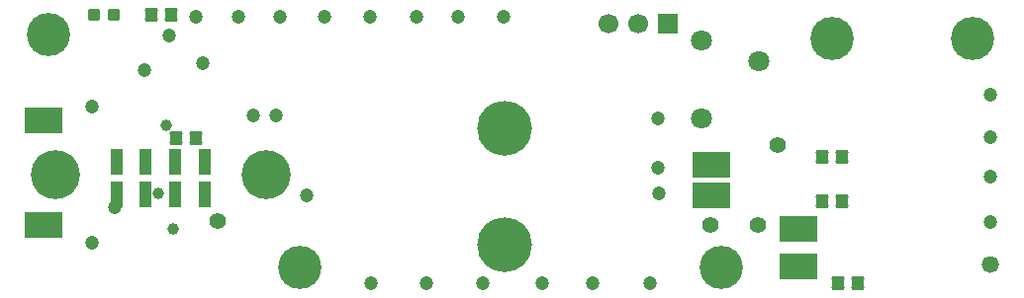
<source format=gts>
G04 Layer_Color=8388736*
%FSLAX42Y42*%
%MOMM*%
G71*
G01*
G75*
%ADD34R,3.20X2.20*%
G04:AMPARAMS|DCode=35|XSize=1.2mm|YSize=1.1mm|CornerRadius=0.21mm|HoleSize=0mm|Usage=FLASHONLY|Rotation=270.000|XOffset=0mm|YOffset=0mm|HoleType=Round|Shape=RoundedRectangle|*
%AMROUNDEDRECTD35*
21,1,1.20,0.68,0,0,270.0*
21,1,0.78,1.10,0,0,270.0*
1,1,0.43,-0.34,-0.39*
1,1,0.43,-0.34,0.39*
1,1,0.43,0.34,0.39*
1,1,0.43,0.34,-0.39*
%
%ADD35ROUNDEDRECTD35*%
%ADD36R,1.00X2.20*%
G04:AMPARAMS|DCode=37|XSize=1mm|YSize=1mm|CornerRadius=0.2mm|HoleSize=0mm|Usage=FLASHONLY|Rotation=180.000|XOffset=0mm|YOffset=0mm|HoleType=Round|Shape=RoundedRectangle|*
%AMROUNDEDRECTD37*
21,1,1.00,0.60,0,0,180.0*
21,1,0.60,1.00,0,0,180.0*
1,1,0.40,-0.30,0.30*
1,1,0.40,0.30,0.30*
1,1,0.40,0.30,-0.30*
1,1,0.40,-0.30,-0.30*
%
%ADD37ROUNDEDRECTD37*%
%ADD38C,4.70*%
%ADD39C,3.70*%
%ADD40C,1.40*%
%ADD41C,1.80*%
%ADD42C,4.20*%
%ADD43C,1.70*%
%ADD44R,1.70X1.70*%
%ADD45C,1.47*%
%ADD46C,1.20*%
%ADD47C,1.00*%
D34*
X250Y1560D02*
D03*
X6710Y310D02*
D03*
Y630D02*
D03*
X5970Y920D02*
D03*
Y1180D02*
D03*
X250Y670D02*
D03*
D35*
X7050Y170D02*
D03*
X7220D02*
D03*
X7085Y1250D02*
D03*
X6915D02*
D03*
X7085Y870D02*
D03*
X6915D02*
D03*
X1555Y1410D02*
D03*
X1385D02*
D03*
X1345Y2470D02*
D03*
X1175D02*
D03*
D36*
X880Y930D02*
D03*
X1130D02*
D03*
X1380D02*
D03*
X1630D02*
D03*
Y1210D02*
D03*
X1380D02*
D03*
X1130D02*
D03*
X880D02*
D03*
D37*
X685Y2470D02*
D03*
X855D02*
D03*
D38*
X4200Y1500D02*
D03*
Y500D02*
D03*
D39*
X300Y2300D02*
D03*
X8200Y2270D02*
D03*
X7000D02*
D03*
X2450Y300D02*
D03*
X6050D02*
D03*
D40*
X6370Y670D02*
D03*
X5960Y670D02*
D03*
X6540Y1350D02*
D03*
X1740Y700D02*
D03*
D41*
X5885Y1580D02*
D03*
Y2250D02*
D03*
X6375Y2070D02*
D03*
D42*
X2155Y1095D02*
D03*
X355D02*
D03*
D43*
X5092Y2390D02*
D03*
X5346D02*
D03*
D44*
X5600D02*
D03*
D45*
X8360Y330D02*
D03*
D46*
X6670Y620D02*
D03*
X1120Y2000D02*
D03*
X1615Y2055D02*
D03*
X1560Y2450D02*
D03*
X1920D02*
D03*
X2280D02*
D03*
X2660D02*
D03*
X3050D02*
D03*
X4190D02*
D03*
X3800D02*
D03*
X3443Y2453D02*
D03*
X3060Y170D02*
D03*
X3530D02*
D03*
X4010D02*
D03*
X4520D02*
D03*
X4950D02*
D03*
X5440D02*
D03*
X8360Y690D02*
D03*
Y1080D02*
D03*
Y1420D02*
D03*
Y1780D02*
D03*
X2510Y920D02*
D03*
X5520Y940D02*
D03*
X1330Y2290D02*
D03*
X6000Y1130D02*
D03*
X5880Y1180D02*
D03*
X860Y820D02*
D03*
X5510Y1580D02*
D03*
Y1160D02*
D03*
X2050Y1610D02*
D03*
X2240D02*
D03*
X667Y513D02*
D03*
Y1683D02*
D03*
D47*
X1300Y1520D02*
D03*
X1240Y940D02*
D03*
X1360Y635D02*
D03*
M02*

</source>
